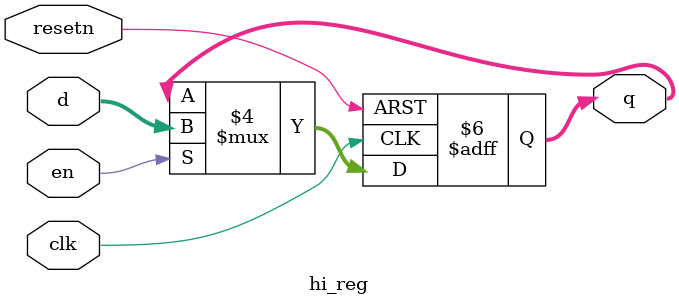
<source format=v>
/****************************************************************************
          Generic Register
****************************************************************************/
module hi_reg(d,clk,resetn,en,q);
parameter WIDTH=32;

input clk;
input resetn;
input en;
input [WIDTH-1:0] d;
output [WIDTH-1:0] q;
reg [WIDTH-1:0] q;

always @(posedge clk or negedge resetn)		//asynchronous reset
begin
	if (resetn==0)
		q<=0;
	else if (en==1)
		q<=d;
end

endmodule


</source>
